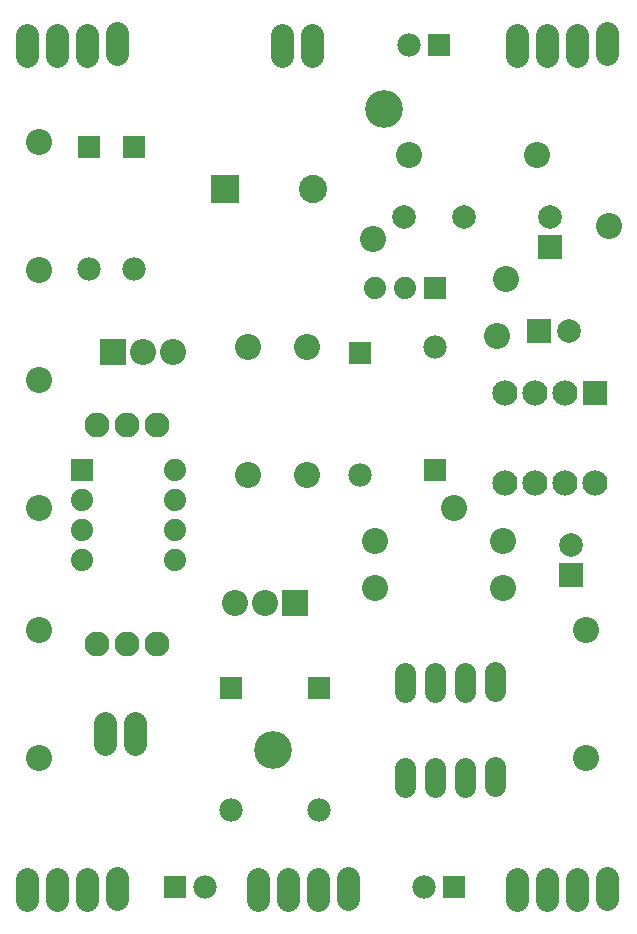
<source format=gbr>
G04 EAGLE Gerber RS-274X export*
G75*
%MOMM*%
%FSLAX34Y34*%
%LPD*%
%INSoldermask Bottom*%
%IPPOS*%
%AMOC8*
5,1,8,0,0,1.08239X$1,22.5*%
G01*
G04 Define Apertures*
%ADD10C,3.203200*%
%ADD11R,2.003200X2.003200*%
%ADD12C,2.003200*%
%ADD13R,1.981200X1.981200*%
%ADD14C,1.981200*%
%ADD15C,2.203200*%
%ADD16R,2.133600X2.133600*%
%ADD17C,2.133600*%
%ADD18R,2.387600X2.387600*%
%ADD19C,2.387600*%
%ADD20R,2.213200X2.213200*%
%ADD21C,2.213200*%
%ADD22C,2.103200*%
%ADD23R,1.879600X1.879600*%
%ADD24C,1.879600*%
%ADD25C,1.981200*%
%ADD26C,1.793200*%
D10*
X332000Y696000D03*
X238000Y153000D03*
D11*
X490800Y301400D03*
D12*
X490800Y326400D03*
D11*
X473000Y579200D03*
D12*
X473000Y604200D03*
D11*
X463875Y508000D03*
D12*
X488875Y508000D03*
D13*
X375800Y390450D03*
D14*
X375800Y494050D03*
D13*
X311900Y489550D03*
D14*
X311900Y385950D03*
D15*
X324500Y330200D03*
X432700Y330200D03*
X432700Y290300D03*
X324500Y290300D03*
X40000Y146350D03*
X40000Y254550D03*
D16*
X511100Y455200D03*
D17*
X485700Y455200D03*
X460300Y455200D03*
X434900Y455200D03*
X434900Y379000D03*
X460300Y379000D03*
X485700Y379000D03*
X511100Y379000D03*
D12*
X400400Y604000D03*
X349600Y604000D03*
D18*
X197500Y628000D03*
D19*
X272500Y628000D03*
D20*
X103000Y490000D03*
D21*
X128400Y490000D03*
X153800Y490000D03*
D20*
X257000Y278000D03*
D21*
X231600Y278000D03*
X206200Y278000D03*
D22*
X139774Y428000D03*
X114374Y428000D03*
X88974Y428000D03*
X139774Y243000D03*
X114374Y243000D03*
X88974Y243000D03*
D23*
X76300Y390100D03*
D24*
X76300Y364700D03*
X76300Y339300D03*
X76300Y313900D03*
X155700Y313900D03*
X155700Y339300D03*
X155700Y364700D03*
X155700Y390100D03*
D23*
X375400Y544000D03*
D24*
X350000Y544000D03*
X324600Y544000D03*
D13*
X203000Y205800D03*
D14*
X203000Y102200D03*
D13*
X277000Y205800D03*
D14*
X277000Y102200D03*
D15*
X40000Y667600D03*
X40000Y559400D03*
X217000Y494100D03*
X217000Y385900D03*
X267000Y385900D03*
X267000Y494100D03*
X40000Y466600D03*
X40000Y358400D03*
D13*
X83000Y664050D03*
D14*
X83000Y560450D03*
D13*
X121000Y663800D03*
D14*
X121000Y560200D03*
D15*
X353400Y657000D03*
X461600Y657000D03*
X503000Y146350D03*
X503000Y254550D03*
D25*
X96300Y175890D02*
X96300Y158110D01*
X121700Y158110D02*
X121700Y175890D01*
X30000Y43890D02*
X30000Y26110D01*
X55400Y26110D02*
X55400Y43890D01*
X80800Y43890D02*
X80800Y26110D01*
X106200Y27110D02*
X106200Y44890D01*
X445000Y43890D02*
X445000Y26110D01*
X470400Y26110D02*
X470400Y43890D01*
X495800Y43890D02*
X495800Y26110D01*
X521200Y27110D02*
X521200Y44890D01*
X226000Y43890D02*
X226000Y26110D01*
X251400Y26110D02*
X251400Y43890D01*
X276800Y43890D02*
X276800Y26110D01*
X302200Y27110D02*
X302200Y44890D01*
X271048Y741110D02*
X271048Y758890D01*
X245648Y758890D02*
X245648Y741110D01*
X30000Y741110D02*
X30000Y758890D01*
X55400Y758890D02*
X55400Y741110D01*
X80800Y741110D02*
X80800Y758890D01*
X106200Y759890D02*
X106200Y742110D01*
X445000Y741110D02*
X445000Y758890D01*
X470400Y758890D02*
X470400Y741110D01*
X495800Y741110D02*
X495800Y758890D01*
X521200Y759890D02*
X521200Y742110D01*
D13*
X391700Y37500D03*
D14*
X366300Y37500D03*
D13*
X378700Y750000D03*
D14*
X353300Y750000D03*
D13*
X155300Y37500D03*
D14*
X180700Y37500D03*
D26*
X350000Y122050D02*
X350000Y137950D01*
X375400Y137950D02*
X375400Y122050D01*
X400800Y122050D02*
X400800Y137950D01*
X426200Y138950D02*
X426200Y123050D01*
X350000Y202050D02*
X350000Y217950D01*
X375400Y217950D02*
X375400Y202050D01*
X400800Y202050D02*
X400800Y217950D01*
X426200Y218950D02*
X426200Y203050D01*
D15*
X392000Y358000D03*
X523000Y597000D03*
X436000Y552000D03*
X428000Y504000D03*
X323000Y586000D03*
M02*

</source>
